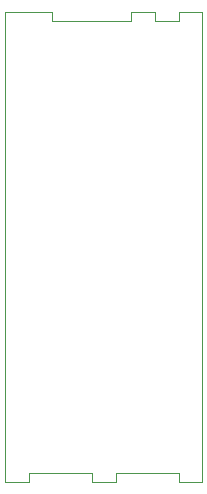
<source format=gbr>
G04 #@! TF.GenerationSoftware,KiCad,Pcbnew,5.1.4-e60b266~84~ubuntu19.04.1*
G04 #@! TF.CreationDate,2019-11-08T15:25:28-05:00*
G04 #@! TF.ProjectId,pcb2molex8878_max,70636232-6d6f-46c6-9578-383837385f6d,rev?*
G04 #@! TF.SameCoordinates,Original*
G04 #@! TF.FileFunction,Profile,NP*
%FSLAX46Y46*%
G04 Gerber Fmt 4.6, Leading zero omitted, Abs format (unit mm)*
G04 Created by KiCad (PCBNEW 5.1.4-e60b266~84~ubuntu19.04.1) date 2019-11-08 15:25:28*
%MOMM*%
%LPD*%
G04 APERTURE LIST*
%ADD10C,0.025400*%
G04 APERTURE END LIST*
D10*
X149568400Y-80087000D02*
X142868400Y-80087000D01*
X149568400Y-79287000D02*
X149568400Y-80087000D01*
X151568400Y-79287000D02*
X149568400Y-79287000D01*
X151568400Y-80087000D02*
X151568400Y-79287000D01*
X153568400Y-80087000D02*
X151568400Y-80087000D01*
X148218400Y-118287000D02*
X153568400Y-118287000D01*
X148218400Y-119087000D02*
X148218400Y-118287000D01*
X146218400Y-119087000D02*
X148218400Y-119087000D01*
X146218400Y-118287000D02*
X146218400Y-119087000D01*
X140868400Y-118287000D02*
X146218400Y-118287000D01*
X138868400Y-119087000D02*
X138868400Y-79287000D01*
X138868400Y-119087000D02*
X140868400Y-119087000D01*
X140868400Y-119087000D02*
X140868400Y-118287000D01*
X153568400Y-80087000D02*
X153568400Y-79287000D01*
X142868400Y-79287000D02*
X142868400Y-80087000D01*
X138868400Y-79287000D02*
X142868400Y-79287000D01*
X153568400Y-79287000D02*
X155568400Y-79287000D01*
X155568400Y-119087000D02*
X155568400Y-79287000D01*
X153568400Y-119087000D02*
X155568400Y-119087000D01*
X153568400Y-118287000D02*
X153568400Y-119087000D01*
M02*

</source>
